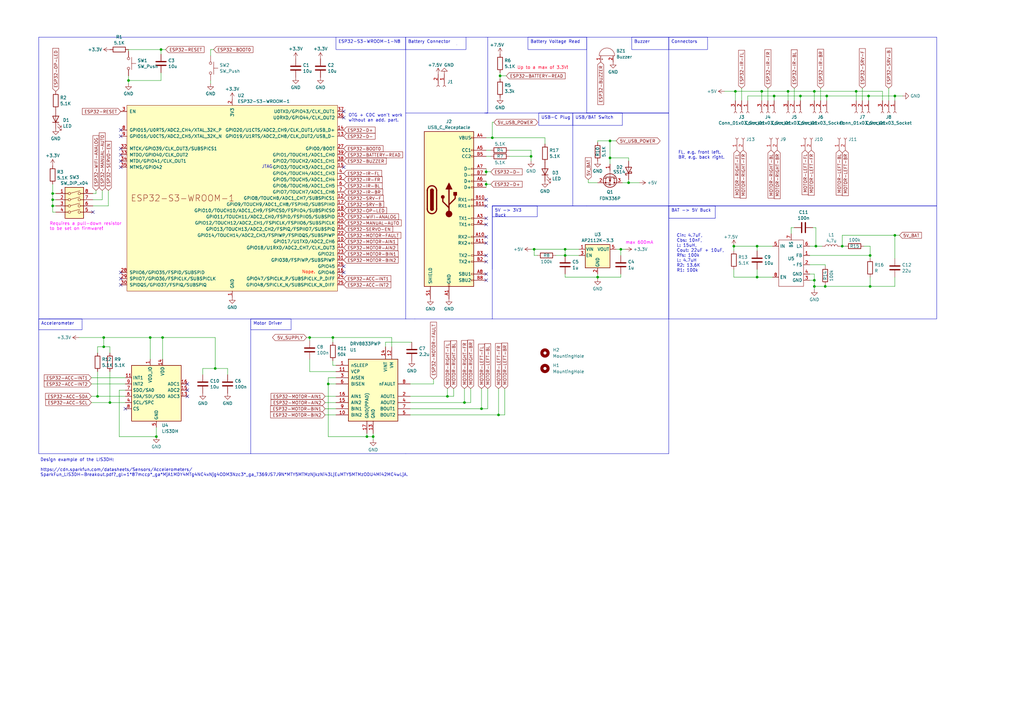
<source format=kicad_sch>
(kicad_sch (version 20230121) (generator eeschema)
  (paper "A3")
  (title_block (title "BubbleButBot Board") (date "2023-08-13") (rev "2.0"))
  (junction (at 88.265 151.13))
  (junction (at 66.04 20.32))
  (junction (at 334.01 117.475))
  (junction (at 367.03 96.52))
  (junction (at 339.09 39.37))
  (junction (at 217.805 64.135))
  (junction (at 334.645 100.965))
  (junction (at 356.87 117.475))
  (junction (at 250.19 64.77))
  (junction (at 127 138.43))
  (junction (at 338.455 117.475))
  (junction (at 334.01 37.465))
  (junction (at 310.515 113.665))
  (junction (at 42.545 142.24))
  (junction (at 183.515 162.56))
  (junction (at 257.81 74.93))
  (junction (at 64.135 179.07))
  (junction (at 190.5 165.1))
  (junction (at 40.005 162.56))
  (junction (at 42.545 138.43))
  (junction (at 323.215 37.465))
  (junction (at 204.47 170.18))
  (junction (at 201.93 56.515))
  (junction (at 150.495 179.07))
  (junction (at 351.155 37.465))
  (junction (at 45.085 165.1))
  (junction (at 356.235 39.37))
  (junction (at 219.075 102.235))
  (junction (at 356.87 104.775))
  (junction (at 52.705 33.02))
  (junction (at 245.11 113.665))
  (junction (at 197.485 167.64))
  (junction (at 199.39 70.485))
  (junction (at 21.59 84.455))
  (junction (at 301.625 37.465))
  (junction (at 134.62 157.48))
  (junction (at 310.515 100.965))
  (junction (at 66.675 138.43))
  (junction (at 254.635 102.235))
  (junction (at 231.775 104.775))
  (junction (at 300.99 100.965))
  (junction (at 328.295 39.37))
  (junction (at 136.525 138.43))
  (junction (at 345.44 100.965))
  (junction (at 334.01 114.935))
  (junction (at 367.03 39.37))
  (junction (at 317.5 39.37))
  (junction (at 21.59 79.375))
  (junction (at 205.105 31.115))
  (junction (at 231.775 102.235))
  (junction (at 153.035 179.07))
  (junction (at 199.39 75.565))
  (junction (at 312.42 37.465))
  (junction (at 61.595 138.43))
  (junction (at 250.19 57.785))
  (junction (at 21.59 81.915))
  (no_connect (at 76.835 162.56))
  (no_connect (at 199.39 107.315))
  (no_connect (at 140.97 48.26))
  (no_connect (at 76.835 157.48))
  (no_connect (at 49.53 63.5))
  (no_connect (at 49.53 114.3))
  (no_connect (at 199.39 84.455))
  (no_connect (at 199.39 99.695))
  (no_connect (at 199.39 81.915))
  (no_connect (at 199.39 97.155))
  (no_connect (at 199.39 114.935))
  (no_connect (at 49.53 60.96))
  (no_connect (at 49.53 53.34))
  (no_connect (at 199.39 112.395))
  (no_connect (at 199.39 92.075))
  (no_connect (at 51.435 167.64))
  (no_connect (at 140.97 111.76))
  (no_connect (at 49.53 68.58))
  (no_connect (at 140.97 68.58))
  (no_connect (at 199.39 104.775))
  (no_connect (at 38.1 86.995))
  (no_connect (at 199.39 89.535))
  (no_connect (at 49.53 66.04))
  (no_connect (at 49.53 55.88))
  (no_connect (at 140.97 109.22))
  (no_connect (at 49.53 116.84))
  (no_connect (at 140.97 45.72))
  (no_connect (at 76.835 160.02))
  (no_connect (at 49.53 111.76))
  (wire (pts (xy 64.135 175.26) (xy 64.135 179.07)))
  (polyline (pts (xy 198.755 46.355) (xy 200.025 46.355)))
  (wire (pts (xy 312.42 37.465) (xy 301.625 37.465)))
  (wire (pts (xy 334.01 117.475) (xy 334.01 118.745)))
  (polyline (pts (xy 201.93 84.455) (xy 274.32 84.455)))
  (wire (pts (xy 356.235 39.37) (xy 356.235 41.275)))
  (wire (pts (xy 127 147.32) (xy 127 152.4)))
  (wire (pts (xy 186.055 162.56) (xy 183.515 162.56)))
  (wire (pts (xy 219.075 104.775) (xy 219.075 102.235)))
  (wire (pts (xy 48.895 160.02) (xy 48.895 179.07)))
  (wire (pts (xy 306.705 39.37) (xy 317.5 39.37)))
  (wire (pts (xy 250.19 57.785) (xy 250.19 64.77)))
  (wire (pts (xy 150.495 179.07) (xy 153.035 179.07)))
  (wire (pts (xy 332.105 114.935) (xy 334.01 114.935)))
  (wire (pts (xy 197.485 159.385) (xy 197.485 167.64)))
  (wire (pts (xy 356.235 39.37) (xy 367.03 39.37)))
  (wire (pts (xy 217.805 61.595) (xy 217.805 64.135)))
  (wire (pts (xy 257.81 74.93) (xy 257.81 73.66)))
  (wire (pts (xy 250.19 64.77) (xy 257.81 64.77)))
  (wire (pts (xy 199.39 74.295) (xy 199.39 75.565)))
  (wire (pts (xy 208.915 61.595) (xy 217.805 61.595)))
  (wire (pts (xy 21.59 84.455) (xy 22.86 84.455)))
  (wire (pts (xy 200.025 159.385) (xy 200.025 167.64)))
  (wire (pts (xy 351.155 41.275) (xy 351.155 37.465)))
  (wire (pts (xy 367.03 96.52) (xy 345.44 96.52)))
  (wire (pts (xy 257.81 64.77) (xy 257.81 66.04)))
  (wire (pts (xy 134.62 157.48) (xy 137.795 157.48)))
  (wire (pts (xy 324.485 95.885) (xy 324.485 93.345)))
  (wire (pts (xy 370.205 39.37) (xy 367.03 39.37)))
  (wire (pts (xy 41.91 78.105) (xy 41.91 81.915)))
  (wire (pts (xy 61.595 138.43) (xy 61.595 147.32)))
  (wire (pts (xy 231.775 113.665) (xy 245.11 113.665)))
  (wire (pts (xy 193.04 159.385) (xy 193.04 165.1)))
  (wire (pts (xy 339.09 39.37) (xy 356.235 39.37)))
  (wire (pts (xy 204.47 159.385) (xy 204.47 170.18)))
  (wire (pts (xy 245.11 57.785) (xy 250.19 57.785)))
  (polyline (pts (xy 170.18 130.81) (xy 201.93 130.81)))
  (polyline (pts (xy 199.39 15.24) (xy 240.665 15.24)))
  (polyline (pts (xy 166.37 130.81) (xy 170.18 130.81)))
  (wire (pts (xy 45.085 165.1) (xy 51.435 165.1)))
  (wire (pts (xy 45.085 142.24) (xy 45.085 144.78)))
  (wire (pts (xy 312.42 37.465) (xy 312.42 41.275)))
  (wire (pts (xy 199.39 75.565) (xy 199.39 76.835)))
  (wire (pts (xy 136.525 138.43) (xy 136.525 140.335)))
  (polyline (pts (xy 15.875 130.81) (xy 15.875 186.055)))
  (wire (pts (xy 356.87 113.665) (xy 356.87 117.475)))
  (wire (pts (xy 134.62 157.48) (xy 134.62 179.07)))
  (wire (pts (xy 220.345 104.775) (xy 219.075 104.775)))
  (wire (pts (xy 325.755 36.195) (xy 325.755 41.275)))
  (wire (pts (xy 42.545 138.43) (xy 42.545 142.24)))
  (wire (pts (xy 66.675 138.43) (xy 88.265 138.43)))
  (polyline (pts (xy 240.665 15.24) (xy 240.665 46.355)))
  (wire (pts (xy 183.515 162.56) (xy 168.275 162.56)))
  (wire (pts (xy 127 138.43) (xy 136.525 138.43)))
  (polyline (pts (xy 20.32 130.81) (xy 166.37 130.81)))
  (polyline (pts (xy 166.37 46.355) (xy 200.025 46.355)))
  (wire (pts (xy 255.27 74.93) (xy 257.81 74.93)))
  (wire (pts (xy 160.655 138.43) (xy 160.655 142.24)))
  (wire (pts (xy 364.49 36.195) (xy 364.49 41.275)))
  (polyline (pts (xy 274.32 46.355) (xy 240.665 46.355)))
  (wire (pts (xy 201.93 56.515) (xy 223.52 56.515)))
  (polyline (pts (xy 240.665 15.24) (xy 274.32 15.24)))
  (wire (pts (xy 205.105 31.115) (xy 207.645 31.115)))
  (wire (pts (xy 231.775 112.395) (xy 231.775 113.665)))
  (wire (pts (xy 21.59 86.995) (xy 22.86 86.995)))
  (polyline (pts (xy 15.875 15.24) (xy 15.875 130.81)))
  (wire (pts (xy 51.435 160.02) (xy 48.895 160.02)))
  (wire (pts (xy 153.035 179.07) (xy 153.035 180.34)))
  (wire (pts (xy 219.075 102.235) (xy 217.805 102.235)))
  (wire (pts (xy 40.005 144.78) (xy 40.005 142.24)))
  (polyline (pts (xy 201.93 130.81) (xy 201.93 84.455)))
  (wire (pts (xy 333.375 93.345) (xy 334.645 93.345)))
  (wire (pts (xy 32.385 138.43) (xy 42.545 138.43)))
  (wire (pts (xy 324.485 93.345) (xy 325.755 93.345)))
  (wire (pts (xy 133.35 165.1) (xy 137.795 165.1)))
  (wire (pts (xy 306.705 41.275) (xy 306.705 39.37)))
  (wire (pts (xy 334.01 37.465) (xy 334.01 41.275)))
  (polyline (pts (xy 274.32 15.24) (xy 384.175 15.24)))
  (polyline (pts (xy 240.665 46.355) (xy 199.39 46.355)))
  (wire (pts (xy 52.705 20.32) (xy 66.04 20.32)))
  (wire (pts (xy 336.55 36.195) (xy 336.55 41.275)))
  (wire (pts (xy 231.775 102.235) (xy 231.775 104.775)))
  (wire (pts (xy 136.525 149.86) (xy 137.795 149.86)))
  (wire (pts (xy 199.39 64.135) (xy 201.295 64.135)))
  (wire (pts (xy 245.11 113.665) (xy 245.11 114.3)))
  (wire (pts (xy 199.39 61.595) (xy 201.295 61.595)))
  (wire (pts (xy 367.03 39.37) (xy 367.03 41.275)))
  (polyline (pts (xy 274.32 186.055) (xy 274.32 130.81)))
  (wire (pts (xy 127 138.43) (xy 127 139.7)))
  (wire (pts (xy 133.35 170.18) (xy 137.795 170.18)))
  (wire (pts (xy 367.03 117.475) (xy 356.87 117.475)))
  (wire (pts (xy 245.11 112.395) (xy 245.11 113.665)))
  (wire (pts (xy 88.265 138.43) (xy 88.265 151.13)))
  (wire (pts (xy 310.515 110.49) (xy 310.515 113.665)))
  (wire (pts (xy 338.455 109.22) (xy 338.455 108.585)))
  (wire (pts (xy 137.795 154.94) (xy 134.62 154.94)))
  (polyline (pts (xy 274.32 84.455) (xy 274.32 46.355)))
  (wire (pts (xy 168.275 157.48) (xy 177.8 157.48)))
  (polyline (pts (xy 15.875 130.81) (xy 20.32 130.81)))
  (wire (pts (xy 241.3 73.66) (xy 241.3 74.93)))
  (wire (pts (xy 86.36 22.86) (xy 86.36 20.32)))
  (wire (pts (xy 42.545 138.43) (xy 61.595 138.43)))
  (wire (pts (xy 39.37 78.105) (xy 39.37 79.375)))
  (wire (pts (xy 61.595 138.43) (xy 66.675 138.43)))
  (wire (pts (xy 334.645 93.345) (xy 334.645 100.965)))
  (wire (pts (xy 153.035 177.8) (xy 153.035 179.07)))
  (wire (pts (xy 66.04 20.32) (xy 66.04 22.225)))
  (wire (pts (xy 356.87 104.775) (xy 356.87 106.045)))
  (polyline (pts (xy 234.95 47.625) (xy 234.95 84.455)))
  (wire (pts (xy 38.1 84.455) (xy 44.45 84.455)))
  (wire (pts (xy 338.455 116.84) (xy 338.455 117.475)))
  (wire (pts (xy 252.73 57.785) (xy 250.19 57.785)))
  (wire (pts (xy 245.11 58.42) (xy 245.11 57.785)))
  (wire (pts (xy 317.5 39.37) (xy 317.5 41.275)))
  (wire (pts (xy 197.485 167.64) (xy 168.275 167.64)))
  (wire (pts (xy 199.39 75.565) (xy 201.295 75.565)))
  (wire (pts (xy 367.03 113.665) (xy 367.03 117.475)))
  (wire (pts (xy 44.45 84.455) (xy 44.45 78.105)))
  (polyline (pts (xy 201.93 84.455) (xy 240.665 84.455)))
  (wire (pts (xy 328.295 39.37) (xy 328.295 41.275)))
  (wire (pts (xy 354.33 100.965) (xy 356.87 100.965)))
  (wire (pts (xy 300.99 113.665) (xy 300.99 110.49)))
  (wire (pts (xy 66.04 20.32) (xy 67.945 20.32)))
  (wire (pts (xy 127 152.4) (xy 137.795 152.4)))
  (wire (pts (xy 52.705 20.32) (xy 52.705 20.955)))
  (polyline (pts (xy 166.37 186.055) (xy 102.87 186.055)))
  (wire (pts (xy 66.04 29.845) (xy 66.04 33.02)))
  (wire (pts (xy 190.5 165.1) (xy 190.5 159.385)))
  (wire (pts (xy 361.95 41.275) (xy 361.95 37.465)))
  (wire (pts (xy 334.01 112.395) (xy 334.01 114.935)))
  (wire (pts (xy 42.545 142.24) (xy 45.085 142.24)))
  (wire (pts (xy 133.35 167.64) (xy 137.795 167.64)))
  (wire (pts (xy 332.105 112.395) (xy 334.01 112.395)))
  (wire (pts (xy 207.01 159.385) (xy 207.01 170.18)))
  (wire (pts (xy 199.39 70.485) (xy 201.295 70.485)))
  (wire (pts (xy 168.91 140.335) (xy 158.115 140.335)))
  (wire (pts (xy 21.59 81.915) (xy 21.59 84.455)))
  (wire (pts (xy 241.3 74.93) (xy 245.11 74.93)))
  (wire (pts (xy 205.105 29.845) (xy 205.105 31.115)))
  (wire (pts (xy 356.87 100.965) (xy 356.87 104.775)))
  (wire (pts (xy 88.265 151.13) (xy 83.185 151.13)))
  (wire (pts (xy 323.215 37.465) (xy 312.42 37.465)))
  (wire (pts (xy 136.525 138.43) (xy 160.655 138.43)))
  (wire (pts (xy 339.09 39.37) (xy 339.09 41.275)))
  (wire (pts (xy 254.635 102.235) (xy 256.54 102.235)))
  (wire (pts (xy 40.005 162.56) (xy 37.465 162.56)))
  (wire (pts (xy 351.155 37.465) (xy 334.01 37.465)))
  (wire (pts (xy 301.625 37.465) (xy 301.625 41.275)))
  (wire (pts (xy 257.81 74.93) (xy 262.255 74.93)))
  (wire (pts (xy 177.8 157.48) (xy 177.8 155.575)))
  (wire (pts (xy 300.99 100.965) (xy 300.99 102.87)))
  (wire (pts (xy 219.075 102.235) (xy 231.775 102.235)))
  (polyline (pts (xy 191.135 15.24) (xy 199.39 15.24)))
  (wire (pts (xy 40.005 162.56) (xy 51.435 162.56)))
  (wire (pts (xy 93.345 153.67) (xy 93.345 151.13)))
  (wire (pts (xy 48.895 179.07) (xy 64.135 179.07)))
  (wire (pts (xy 125.73 138.43) (xy 127 138.43)))
  (polyline (pts (xy 137.795 15.24) (xy 15.875 15.24)))
  (wire (pts (xy 304.165 36.195) (xy 304.165 41.275)))
  (polyline (pts (xy 274.32 15.24) (xy 274.32 46.355)))
  (wire (pts (xy 361.95 37.465) (xy 351.155 37.465)))
  (wire (pts (xy 199.39 70.485) (xy 199.39 71.755)))
  (wire (pts (xy 367.03 106.045) (xy 367.03 96.52)))
  (wire (pts (xy 332.105 104.775) (xy 356.87 104.775)))
  (wire (pts (xy 134.62 179.07) (xy 150.495 179.07)))
  (polyline (pts (xy 240.665 84.455) (xy 274.32 84.455)))
  (wire (pts (xy 21.59 75.565) (xy 21.59 79.375)))
  (wire (pts (xy 227.965 104.775) (xy 231.775 104.775)))
  (wire (pts (xy 217.805 64.135) (xy 208.915 64.135)))
  (wire (pts (xy 310.515 113.665) (xy 300.99 113.665)))
  (wire (pts (xy 328.295 39.37) (xy 339.09 39.37)))
  (polyline (pts (xy 166.37 186.055) (xy 274.32 186.055)))
  (wire (pts (xy 21.59 79.375) (xy 22.86 79.375)))
  (wire (pts (xy 334.01 114.935) (xy 334.01 117.475)))
  (wire (pts (xy 21.59 81.915) (xy 22.86 81.915)))
  (wire (pts (xy 344.805 100.965) (xy 345.44 100.965)))
  (wire (pts (xy 217.805 66.04) (xy 217.805 64.135)))
  (wire (pts (xy 207.01 170.18) (xy 204.47 170.18)))
  (polyline (pts (xy 274.32 130.81) (xy 274.32 110.49)))
  (wire (pts (xy 345.44 96.52) (xy 345.44 100.965)))
  (wire (pts (xy 334.645 100.965) (xy 332.105 100.965)))
  (wire (pts (xy 204.47 170.18) (xy 168.275 170.18)))
  (polyline (pts (xy 201.93 84.455) (xy 201.93 110.49)))
  (wire (pts (xy 231.775 104.775) (xy 237.49 104.775)))
  (polyline (pts (xy 384.175 84.455) (xy 274.32 84.455)))
  (wire (pts (xy 250.19 67.31) (xy 250.19 64.77)))
  (wire (pts (xy 183.515 159.385) (xy 183.515 162.56)))
  (wire (pts (xy 133.35 162.56) (xy 137.795 162.56)))
  (wire (pts (xy 353.695 36.195) (xy 353.695 41.275)))
  (wire (pts (xy 199.39 56.515) (xy 201.93 56.515)))
  (wire (pts (xy 356.87 117.475) (xy 338.455 117.475)))
  (wire (pts (xy 254.635 112.395) (xy 254.635 113.665)))
  (wire (pts (xy 297.18 37.465) (xy 301.625 37.465)))
  (wire (pts (xy 66.675 138.43) (xy 66.675 147.32)))
  (wire (pts (xy 41.91 81.915) (xy 38.1 81.915)))
  (wire (pts (xy 323.215 37.465) (xy 334.01 37.465)))
  (wire (pts (xy 345.44 100.965) (xy 346.71 100.965)))
  (polyline (pts (xy 274.32 46.355) (xy 240.665 46.355)))
  (wire (pts (xy 310.515 100.965) (xy 316.865 100.965)))
  (wire (pts (xy 83.185 151.13) (xy 83.185 153.67)))
  (polyline (pts (xy 166.37 20.32) (xy 166.37 130.81)))
  (wire (pts (xy 52.705 33.02) (xy 52.705 34.29)))
  (wire (pts (xy 254.635 102.235) (xy 252.73 102.235)))
  (wire (pts (xy 316.865 113.665) (xy 310.515 113.665)))
  (wire (pts (xy 300.99 100.965) (xy 310.515 100.965)))
  (wire (pts (xy 254.635 113.665) (xy 245.11 113.665)))
  (polyline (pts (xy 384.175 15.24) (xy 384.175 84.455)))
  (wire (pts (xy 158.115 140.335) (xy 158.115 142.24)))
  (wire (pts (xy 150.495 177.8) (xy 150.495 179.07)))
  (polyline (pts (xy 201.93 130.81) (xy 274.32 130.81)))
  (polyline (pts (xy 102.87 130.81) (xy 102.87 186.055)))
  (wire (pts (xy 134.62 154.94) (xy 134.62 157.48)))
  (wire (pts (xy 200.025 167.64) (xy 197.485 167.64)))
  (wire (pts (xy 21.59 84.455) (xy 21.59 86.995)))
  (wire (pts (xy 45.085 152.4) (xy 45.085 165.1)))
  (wire (pts (xy 231.775 102.235) (xy 237.49 102.235)))
  (wire (pts (xy 86.36 33.02) (xy 86.36 34.29)))
  (wire (pts (xy 39.37 79.375) (xy 38.1 79.375)))
  (wire (pts (xy 199.39 69.215) (xy 199.39 70.485)))
  (wire (pts (xy 323.215 41.275) (xy 323.215 37.465)))
  (wire (pts (xy 40.005 142.24) (xy 42.545 142.24)))
  (wire (pts (xy 37.465 157.48) (xy 51.435 157.48)))
  (wire (pts (xy 332.105 108.585) (xy 338.455 108.585)))
  (wire (pts (xy 52.705 31.115) (xy 52.705 33.02)))
  (wire (pts (xy 338.455 117.475) (xy 334.01 117.475)))
  (wire (pts (xy 168.275 165.1) (xy 190.5 165.1)))
  (wire (pts (xy 310.515 100.965) (xy 310.515 102.87)))
  (wire (pts (xy 367.03 96.52) (xy 368.935 96.52)))
  (wire (pts (xy 205.105 31.115) (xy 205.105 32.385)))
  (wire (pts (xy 317.5 39.37) (xy 328.295 39.37)))
  (wire (pts (xy 202.565 50.165) (xy 201.93 50.165)))
  (wire (pts (xy 314.96 36.195) (xy 314.96 41.275)))
  (wire (pts (xy 334.645 100.965) (xy 337.185 100.965)))
  (wire (pts (xy 201.93 50.165) (xy 201.93 56.515)))
  (wire (pts (xy 254.635 102.235) (xy 254.635 104.775)))
  (polyline (pts (xy 274.32 110.49) (xy 274.32 84.455)))
  (wire (pts (xy 223.52 59.055) (xy 223.52 56.515)))
  (wire (pts (xy 40.005 152.4) (xy 40.005 162.56)))
  (wire (pts (xy 136.525 147.955) (xy 136.525 149.86)))
  (wire (pts (xy 86.36 20.32) (xy 87.63 20.32)))
  (wire (pts (xy 193.04 165.1) (xy 190.5 165.1)))
  (wire (pts (xy 93.345 151.13) (xy 88.265 151.13)))
  (wire (pts (xy 21.59 79.375) (xy 21.59 81.915)))
  (polyline (pts (xy 15.875 186.055) (xy 102.87 186.055)))
  (wire (pts (xy 45.085 165.1) (xy 37.465 165.1)))
  (polyline (pts (xy 200.025 46.355) (xy 200.025 15.24)))
  (wire (pts (xy 186.055 159.385) (xy 186.055 162.56)))
  (wire (pts (xy 52.705 33.02) (xy 66.04 33.02)))
  (wire (pts (xy 37.465 154.94) (xy 51.435 154.94)))
  (rectangle (start 274.32 84.455) (end 384.175 130.81))
  (rectangle (start 187.325 18.415) (end 187.325 18.415))
  (text_box "Battery Voltage Read" (at 216.535 15.24 0) (size 24.13 5.08) (effects (font (size 1.27 1.27)) (justify left top)))
  (text_box "Buzzer" (at 259.08 15.24 0) (size 15.24 5.08) (effects (font (size 1.27 1.27)) (justify left top)))
  (text_box "USB/BAT Switch" (at 234.95 46.355 0) (size 20.32 5.08) (effects (font (size 1.27 1.27)) (justify left top)))
  (text_box "Accelerometer" (at 15.875 130.81 0) (size 17.78 4.445) (effects (font (size 1.27 1.27)) (justify left top)))
  (text_box "Battery Connector" (at 166.37 15.24 0) (size 24.765 5.08) (effects (font (size 1.27 1.27)) (justify left top)))
  (text_box "USB-C Plug" (at 220.98 46.355 0) (size 13.97 5.08) (effects (font (size 1.27 1.27)) (justify left top)))
  (text_box "5V -> 3V3 Buck" (at 201.93 84.455 0) (size 18.415 4.445) (effects (font (size 1.27 1.27)) (justify left top)))
  (text_box "Connectors" (at 274.32 15.24 0) (size 15.875 5.08) (effects (font (size 1.27 1.27)) (justify left top)))
  (text_box "Motor Driver\n" (at 102.87 130.81 0) (size 16.51 4.445) (effects (font (size 1.27 1.27)) (justify left top)))
  (text_box "ESP32-S3-WROOM-1-N8" (at 137.795 15.24 0) (size 28.575 5.08) (effects (font (size 1.27 1.27)) (justify left top)))
  (text_box "BAT -> 5V Buck" (at 274.32 84.455 0) (size 19.05 5.08) (effects (font (size 1.27 1.27)) (justify left top)))
  (text "ESP32-S3-WROOM-1-N8:\nhttps://www.lcsc.com/product-detail/WiFi-Modules_Espressif-Systems-ESP32-S3-WROOM-1-N8_C2913198.html" (at 0 -5.715 0) (effects (font (size 1.27 1.27)) (justify left bottom)))
  (text "Cin: 4.7uF,\nCbs: 10nF,\nL: 15uH,\nCout: 22uF + 10uF,\nRfs: 100k\nL: 4.7uH\nR2: 13.6K\nR1: 100k" (at 277.495 111.76 0) (effects (font (size 1.27 1.27)) (justify left bottom)))
  (text "Up to a max of 3.3V!" (at 212.09 28.575 0) (effects (font (size 1.27 1.27)) (justify left bottom)))
  (text "max 600mA" (at 256.54 100.33 0) (effects (font (size 1.27 1.27)) (justify left bottom)))
  (text "Design example of the LIS3DH:\n\nhttps://cdn.sparkfun.com/datasheets/Sensors/Accelerometers/\nSparkFun_LIS3DH-Breakout.pdf?_gl=1*87mccp*_ga*MjA1MDY4MTg4NC4xNjg4ODM3Nzc3*_ga_T369JS7J9N*MTY5MTMzNjkzNi43LjEuMTY5MTMzODU4Mi42MC4wLjA." (at 16.51 195.58 0) (effects (font (size 1.27 1.27)) (justify left bottom)))
  (text "JST XH:\n\nhttps://www.lcsc.com/product-detail/Wire-To-Board-Wire-To-Wire-Connector_BOOMELE-Boom-Precision-Elec-XH-2AW_C33132.html" (at 170.18 -1.905 0) (effects (font (size 1.27 1.27)) (justify left bottom)))
  (text "JTAG" (at 107.315 69.215 0) (effects (font (size 1.27 1.27)) (justify left bottom)))
  (text "Requires a pull-down resistor\nto be set on firmware!" (at 20.32 94.615 0) (effects (font (size 1.27 1.27)) (justify left bottom)))
  (text "OTG + CDC won't work \nwithout an add. part." (at 142.875 50.165 0) (effects (font (size 1.27 1.27)) (justify left bottom)))
  (text "Nope." (at 123.825 112.395 0) (effects (font (size 1.27 1.27)) (justify left bottom)))
  (text "FL, e.g. front left.\nBR, e.g. back right." (at 278.13 65.405 0) (effects (font (size 1.27 1.27)) (justify left bottom)))
  (global_label "ESP32-SERVO-EN" (shape input) (at 44.45 78.105 90) (property "Intersheetrefs" "${INTERSHEET_REFS}" (effects hide)))
  (global_label "5V_BAT" (shape input) (at 241.3 73.66 90) (property "Intersheetrefs" "${INTERSHEET_REFS}" (effects hide)))
  (global_label "ESP32-IR-BR" (shape input) (at 140.97 78.74 0) (property "Intersheetrefs" "${INTERSHEET_REFS}" (effects hide)))
  (global_label "ESP32-IR-FR" (shape input) (at 140.97 73.66 0) (property "Intersheetrefs" "${INTERSHEET_REFS}" (effects hide)))
  (global_label "ESP32-IR-FL" (shape input) (at 304.165 36.195 90) (property "Intersheetrefs" "${INTERSHEET_REFS}" (effects hide)))
  (global_label "MOTOR-RIGHT-FL" (shape input) (at 302.26 61.595 270) (property "Intersheetrefs" "${INTERSHEET_REFS}" (effects hide)))
  (global_label "ESP32-BOOT0" (shape input) (at 87.63 20.32 0) (property "Intersheetrefs" "${INTERSHEET_REFS}" (effects hide)))
  (global_label "5V_SUPPLY" (shape bidirectional) (at 125.73 138.43 180) (property "Intersheetrefs" "${INTERSHEET_REFS}" (effects hide)))
  (global_label "ESP32-IR-BL" (shape input) (at 325.755 36.195 90) (property "Intersheetrefs" "${INTERSHEET_REFS}" (effects hide)))
  (global_label "ESP32-OP-LED" (shape input) (at 140.97 86.36 0) (property "Intersheetrefs" "${INTERSHEET_REFS}" (effects hide)))
  (global_label "ESP32-MOTOR-AIN1" (shape input) (at 133.35 162.56 180) (property "Intersheetrefs" "${INTERSHEET_REFS}" (effects hide)))
  (global_label "MOTOR-LEFT-FL" (shape input) (at 197.485 159.385 90) (property "Intersheetrefs" "${INTERSHEET_REFS}" (effects hide)))
  (global_label "ESP32-ACC-INT2" (shape input) (at 140.97 116.84 0) (property "Intersheetrefs" "${INTERSHEET_REFS}" (effects hide)))
  (global_label "ESP32-RESET" (shape input) (at 49.53 45.72 180) (property "Intersheetrefs" "${INTERSHEET_REFS}" (effects hide)))
  (global_label "ESP32-D-" (shape input) (at 201.295 70.485 0) (property "Intersheetrefs" "${INTERSHEET_REFS}" (effects hide)))
  (global_label "MOTOR-RIGHT-FR" (shape input) (at 190.5 159.385 90) (property "Intersheetrefs" "${INTERSHEET_REFS}" (effects hide)))
  (global_label "ESP32-IR-FR" (shape input) (at 314.96 36.195 90) (property "Intersheetrefs" "${INTERSHEET_REFS}" (effects hide)))
  (global_label "ESP32-BATTERY-READ" (shape input) (at 140.97 63.5 0) (property "Intersheetrefs" "${INTERSHEET_REFS}" (effects hide)))
  (global_label "ESP32-MOTOR-AIN2" (shape input) (at 140.97 101.6 0) (property "Intersheetrefs" "${INTERSHEET_REFS}" (effects hide)))
  (global_label "ESP32-ACC-INT1" (shape input) (at 37.465 154.94 180) (property "Intersheetrefs" "${INTERSHEET_REFS}" (effects hide)))
  (global_label "ESP32-MANUAL-AUTO" (shape input) (at 41.91 78.105 90) (property "Intersheetrefs" "${INTERSHEET_REFS}" (effects hide)))
  (global_label "ESP32-IR-BL" (shape input) (at 140.97 76.2 0) (property "Intersheetrefs" "${INTERSHEET_REFS}" (effects hide)))
  (global_label "ESP32-MOTOR-BIN2" (shape input) (at 140.97 106.68 0) (property "Intersheetrefs" "${INTERSHEET_REFS}" (effects hide)))
  (global_label "ESP32-BUZZER" (shape input) (at 140.97 66.04 0) (property "Intersheetrefs" "${INTERSHEET_REFS}" (effects hide)))
  (global_label "MOTOR-LEFT-FR" (shape input) (at 204.47 159.385 90) (property "Intersheetrefs" "${INTERSHEET_REFS}" (effects hide)))
  (global_label "ESP32-MOTOR-BIN2" (shape input) (at 133.35 170.18 180) (property "Intersheetrefs" "${INTERSHEET_REFS}" (effects hide)))
  (global_label "ESP32-SERVO-EN" (shape input) (at 140.97 93.98 0) (property "Intersheetrefs" "${INTERSHEET_REFS}" (effects hide)))
  (global_label "ESP32-D+" (shape input) (at 201.295 75.565 0) (property "Intersheetrefs" "${INTERSHEET_REFS}" (effects hide)))
  (global_label "ESP32-ACC-SCL" (shape input) (at 37.465 165.1 180) (property "Intersheetrefs" "${INTERSHEET_REFS}" (effects hide)))
  (global_label "MOTOR-RIGHT-FL" (shape input) (at 183.515 159.385 90) (property "Intersheetrefs" "${INTERSHEET_REFS}" (effects hide)))
  (global_label "ESP32-SRV-F" (shape input) (at 140.97 81.28 0) (property "Intersheetrefs" "${INTERSHEET_REFS}" (effects hide)))
  (global_label "ESP32-RESET" (shape input) (at 67.945 20.32 0) (property "Intersheetrefs" "${INTERSHEET_REFS}" (effects hide)))
  (global_label "MOTOR-LEFT-BL" (shape input) (at 200.025 159.385 90) (property "Intersheetrefs" "${INTERSHEET_REFS}" (effects hide)))
  (global_label "MOTOR-RIGHT-BR" (shape input) (at 318.77 61.595 270) (property "Intersheetrefs" "${INTERSHEET_REFS}" (effects hide)))
  (global_label "MOTOR-RIGHT-BL" (shape input) (at 316.23 61.595 270) (property "Intersheetrefs" "${INTERSHEET_REFS}" (effects hide)))
  (global_label "ESP32-SRV-F" (shape input) (at 353.695 36.195 90) (property "Intersheetrefs" "${INTERSHEET_REFS}" (effects hide)))
  (global_label "ESP32-ACC-SDA" (shape input) (at 37.465 162.56 180) (property "Intersheetrefs" "${INTERSHEET_REFS}" (effects hide)))
  (global_label "MOTOR-LEFT-FR" (shape input) (at 332.74 61.595 270) (property "Intersheetrefs" "${INTERSHEET_REFS}" (effects hide)))
  (global_label "MOTOR-RIGHT-BR" (shape input) (at 193.04 159.385 90) (property "Intersheetrefs" "${INTERSHEET_REFS}" (effects hide)))
  (global_label "ESP32-IR-BR" (shape input) (at 336.55 36.195 90) (property "Intersheetrefs" "${INTERSHEET_REFS}" (effects hide)))
  (global_label "ESP32-WIFI-ANALOG" (shape input) (at 140.97 88.9 0) (property "Intersheetrefs" "${INTERSHEET_REFS}" (effects hide)))
  (global_label "ESP32-MOTOR-BIN1" (shape input) (at 140.97 104.14 0) (property "Intersheetrefs" "${INTERSHEET_REFS}" (effects hide)))
  (global_label "ESP32-IR-FL" (shape input) (at 140.97 71.12 0) (property "Intersheetrefs" "${INTERSHEET_REFS}" (effects hide)))
  (global_label "MOTOR-LEFT-BR" (shape input) (at 346.71 61.595 270) (property "Intersheetrefs" "${INTERSHEET_REFS}" (effects hide)))
  (global_label "ESP32-D-" (shape input) (at 140.97 55.88 0) (property "Intersheetrefs" "${INTERSHEET_REFS}" (effects hide)))
  (global_label "ESP32-MANUAL-AUTO" (shape input) (at 140.97 91.44 0) (property "Intersheetrefs" "${INTERSHEET_REFS}" (effects hide)))
  (global_label "ESP32-BUZZER" (shape input) (at 246.38 25.4 270) (property "Intersheetrefs" "${INTERSHEET_REFS}" (effects hide)))
  (global_label "5V_USB_POWER" (shape bidirectional) (at 252.73 57.785 0) (property "Intersheetrefs" "${INTERSHEET_REFS}" (effects hide)))
  (global_label "MOTOR-RIGHT-BL" (shape input) (at 186.055 159.385 90) (property "Intersheetrefs" "${INTERSHEET_REFS}" (effects hide)))
  (global_label "ESP32-MOTOR-AIN1" (shape input) (at 140.97 99.06 0) (property "Intersheetrefs" "${INTERSHEET_REFS}" (effects hide)))
  (global_label "ESP32-WIFI-ANALOG" (shape input) (at 39.37 78.105 90) (property "Intersheetrefs" "${INTERSHEET_REFS}" (effects hide)))
  (global_label "ESP32-MOTOR-FAULT" (shape input) (at 177.8 155.575 90) (property "Intersheetrefs" "${INTERSHEET_REFS}" (effects hide)))
  (global_label "ESP32-SRV-B" (shape input) (at 140.97 83.82 0) (property "Intersheetrefs" "${INTERSHEET_REFS}" (effects hide)))
  (global_label "ESP32-ACC-INT2" (shape input) (at 37.465 157.48 180) (property "Intersheetrefs" "${INTERSHEET_REFS}" (effects hide)))
  (global_label "ESP32-ACC-INT1" (shape input) (at 140.97 114.3 0) (property "Intersheetrefs" "${INTERSHEET_REFS}" (effects hide)))
  (global_label "ESP32-OP-LED" (shape input) (at 22.86 37.465 90) (property "Intersheetrefs" "${INTERSHEET_REFS}" (effects hide)))
  (global_label "ESP32-D+" (shape input) (at 140.97 53.34 0) (property "Intersheetrefs" "${INTERSHEET_REFS}" (effects hide)))
  (global_label "5V_USB_POWER" (shape bidirectional) (at 202.565 50.165 0) (property "Intersheetrefs" "${INTERSHEET_REFS}" (effects hide)))
  (global_label "ESP32-MOTOR-BIN1" (shape input) (at 133.35 167.64 180) (property "Intersheetrefs" "${INTERSHEET_REFS}" (effects hide)))
  (global_label "MOTOR-LEFT-FL" (shape input) (at 330.2 61.595 270) (property "Intersheetrefs" "${INTERSHEET_REFS}" (effects hide)))
  (global_label "5V_BAT" (shape input) (at 368.935 96.52 0) (property "Intersheetrefs" "${INTERSHEET_REFS}" (effects hide)))
  (global_label "ESP32-SRV-B" (shape input) (at 364.49 36.195 90) (property "Intersheetrefs" "${INTERSHEET_REFS}" (effects hide)))
  (global_label "MOTOR-LEFT-BL" (shape input) (at 344.17 61.595 270) (property "Intersheetrefs" "${INTERSHEET_REFS}" (effects hide)))
  (global_label "ESP32-BATTERY-READ" (shape input) (at 207.645 31.115 0) (property "Intersheetrefs" "${INTERSHEET_REFS}" (effects hide)))
  (global_label "ESP32-MOTOR-AIN2" (shape input) (at 133.35 165.1 180) (property "Intersheetrefs" "${INTERSHEET_REFS}" (effects hide)))
  (global_label "ESP32-MOTOR-FAULT" (shape input) (at 140.97 96.52 0) (property "Intersheetrefs" "${INTERSHEET_REFS}" (effects hide)))
  (global_label "ESP32-BOOT0" (shape input) (at 140.97 60.96 0) (property "Intersheetrefs" "${INTERSHEET_REFS}" (effects hide)))
  (global_label "MOTOR-RIGHT-FR" (shape input) (at 304.8 61.595 270) (property "Intersheetrefs" "${INTERSHEET_REFS}" (effects hide)))
  (global_label "MOTOR-LEFT-BR" (shape input) (at 207.01 159.385 90) (property "Intersheetrefs" "${INTERSHEET_REFS}" (effects hide)))
  (symbol (lib_id "Device:LED") (at 223.52 70.485 90) (unit 1)
    (property "Reference" "D3" (at 226.441 70.8604 90) (effects (justify right)))
    (property "Value" "LED" (at 226.441 73.2846 90) (effects (justify right)))
    (property "Footprint" "LED_SMD:LED_0603_1608Metric_Pad1.05x0.95mm_HandSolder" (effects hide))
    (property "Datasheet" "https://www.lcsc.com/product-detail/Light-Emitting-Diodes-span-style-background-color-ff0-LED-span_XINGLIGHT-XL-1608SURC-06_C965799.html" (effects hide))
    (property "LCSC" "C965799" (effects hide))
  )
  (symbol (lib_id "Device:Buzzer") (at 248.92 22.86 90) (unit 1)
    (property "Reference" "BZ1" (at 252.73 20.8928 90) (effects (justify right)))
    (property "Value" "Buzzer" (at 252.73 23.317 90) (effects (justify right)))
    (property "Footprint" "Buzzer_Beeper:MagneticBuzzer_PUI_AT-0927-TT-6-R" (effects hide))
    (property "Datasheet" "https://www.lcsc.com/product-detail/Buzzers_Jiangsu-Huaneng-Elec-QMB-09B-03_C96256.html" (effects hide))
    (property "LCSC" "C96256" (effects hide))
  )
  (symbol (lib_id "power:+3.3V") (at 256.54 102.235 270) (unit 1)
    (property "Reference" "#PWR030" (effects hide))
    (property "Value" "+3.3V" (at 259.715 102.235 90) (effects (justify left)))
  )
  (symbol (lib_id "Device:C") (at 367.03 109.855 0) (unit 1)
    (property "Reference" "C12" (at 369.951 108.6429 0) (effects (justify left)))
    (property "Value" "22u" (at 369.951 111.0671 0) (effects (justify left)))
    (property "Footprint" "Capacitor_SMD:C_1206_3216Metric_Pad1.33x1.80mm_HandSolder" (effects hide))
    (property "LCSC" "C12891" (effects hide))
  )
  (symbol (lib_id "Connector:Conn_01x02_Socket") (at 182.245 35.56 270) (unit 1)
    (property "Reference" "J1" (at 183.4642 33.5458 90) (effects (justify left)))
    (property "Value" "JST XH" (effects hide))
    (property "Footprint" "Connector_JST:JST_PH_S2B-PH-K_1x02_P2.00mm_Horizontal" (effects hide))
    (property "Datasheet" "https://www.lcsc.com/product-detail/Wire-To-Board-Wire-To-Wire-Connector_CAX-PH-2AW_C722769.html" (effects hide))
    (property "LCSC" "C722769" (effects hide))
  )
  (symbol (lib_id "Connector:Conn_01x03_Socket") (at 314.96 46.355 270) (unit 1)
    (property "Reference" "J4" (at 314.96 48.0243 90))
    (property "Value" "Conn_01x03_Socket" (at 314.96 50.4485 90))
    (property "Footprint" "Connector_JST:JST_PH_S3B-PH-K_1x03_P2.00mm_Horizontal" (effects hide))
    (property "LCSC" "C10400" (effects hide))
  )
  (symbol (lib_id "power:GND") (at 223.52 74.295 0) (unit 1)
    (property "Reference" "#PWR034" (effects hide))
    (property "Value" "GND" (at 223.52 78.4281 0))
  )
  (symbol (lib_id "Device:C") (at 168.91 144.145 0) (unit 1)
    (property "Reference" "C7" (at 171.831 142.9329 0) (effects (justify left)))
    (property "Value" "2.2u" (at 171.831 145.3571 0) (effects (justify left)))
    (property "Footprint" "Capacitor_SMD:C_0603_1608Metric_Pad1.08x0.95mm_HandSolder" (effects hide))
    (property "LCSC" "C2691406" (effects hide))
  )
  (symbol (lib_id "PCM_Espressif:ESP32-S3-WROOM-1") (at 95.25 81.28 0) (unit 1)
    (property "Reference" "U2" (at 97.4441 39.1627 0) (effects (justify left)))
    (property "Value" "ESP32-S3-WROOM-1" (at 97.4441 41.5869 0) (effects (justify left)))
    (property "Footprint" "RF_Module:ESP32-S3-WROOM-1" (effects hide))
    (property "Datasheet" "https://www.espressif.com/sites/default/files/documentation/esp32-s3-wroom-1_wroom-1u_datasheet_en.pdf" (effects hide))
    (property "LCSC" "C2913198" (effects hide))
  )
  (symbol (lib_id "power:GND") (at 184.15 122.555 0) (unit 1)
    (property "Reference" "#PWR018" (effects hide))
    (property "Value" "GND" (at 184.15 126.6881 0))
  )
  (symbol (lib_id "Connector:Conn_01x02_Socket") (at 330.2 56.515 90) (unit 1)
    (property "Reference" "J10" (at 333.9592 57.15 90) (effects (justify right)))
    (property "Value" "JST XH" (effects hide))
    (property "Footprint" "Connector_JST:JST_PH_S2B-PH-K_1x02_P2.00mm_Horizontal" (effects hide))
    (property "Datasheet" "https://www.lcsc.com/product-detail/Wire-To-Board-Wire-To-Wire-Connector_CAX-PH-2AW_C722769.html" (effects hide))
    (property "LCSC" "C722769" (effects hide))
  )
  (symbol (lib_id "Device:R") (at 205.105 64.135 90) (unit 1)
    (property "Reference" "R7" (at 205.105 64.135 90))
    (property "Value" "5.1K" (at 205.105 66.675 90))
    (property "Footprint" "Resistor_SMD:R_0603_1608Metric_Pad0.98x0.95mm_HandSolder" (effects hide))
    (property "Datasheet" "https://www.lcsc.com/product-detail/Chip-Resistor-Surface-Mount_FOJAN-FRC0603J512-TS_C2907114.html" (effects hide))
    (property "LCSC" "C2907114" (effects hide))
  )
  (symbol (lib_id "power:GND") (at 52.705 34.29 0) (unit 1)
    (property "Reference" "#PWR08" (effects hide))
    (property "Value" "GND" (at 52.705 38.4231 0))
  )
  (symbol (lib_id "Device:C") (at 83.185 157.48 0) (unit 1)
    (property "Reference" "C10" (at 86.106 156.2679 0) (effects (justify left)))
    (property "Value" "10u" (at 86.106 158.6921 0) (effects (justify left)))
    (property "Footprint" "Capacitor_SMD:C_0603_1608Metric_Pad1.08x0.95mm_HandSolder" (effects hide))
    (property "Datasheet" "https://www.lcsc.com/product-detail/Multilayer-Ceramic-Capacitors-MLCC-SMD-SMT_CCTC-TCC0603X5R106M100CT_C380316.html" (effects hide))
    (property "LCSC" "C380316" (effects hide))
  )
  (symbol (lib_id "power:+7.5V") (at 300.99 100.965 0) (unit 1)
    (property "Reference" "#PWR029" (effects hide))
    (property "Value" "+7.5V" (at 299.72 97.155 0))
  )
  (symbol (lib_id "power:GND") (at 176.53 122.555 0) (unit 1)
    (property "Reference" "#PWR019" (effects hide))
    (property "Value" "GND" (at 176.53 126.6881 0))
  )
  (symbol (lib_id "Device:C") (at 254.635 108.585 0) (unit 1)
    (property "Reference" "C4" (at 257.556 107.3729 0) (effects (justify left)))
    (property "Value" "1u" (at 257.556 109.7971 0) (effects (justify left)))
    (property "Footprint" "Capacitor_SMD:C_0603_1608Metric_Pad1.08x0.95mm_HandSolder" (effects hide))
    (property "Datasheet" "https://www.lcsc.com/product-detail/Multilayer-Ceramic-Capacitors-MLCC-SMD-SMT_Samsung-Electro-Mechanics-CL10A105KO8NNNC_C1592.html" (effects hide))
    (property "LCSC" "C1592" (effects hide))
  )
  (symbol (lib_id "Device:R") (at 205.105 36.195 0) (unit 1)
    (property "Reference" "R5" (at 206.883 34.9829 0) (effects (justify left)))
    (property "Value" "3.3k" (at 206.883 37.4071 0) (effects (justify left)))
    (property "Footprint" "Resistor_SMD:R_0603_1608Metric_Pad0.98x0.95mm_HandSolder" (effects hide))
    (property "LCSC" "C3017726" (effects hide))
  )
  (symbol (lib_id "power:GND") (at 86.36 34.29 0) (unit 1)
    (property "Reference" "#PWR09" (effects hide))
    (property "Value" "GND" (at 86.36 38.4231 0))
  )
  (symbol (lib_id "Sensor_Motion:LIS3DH") (at 64.135 160.02 0) (unit 1)
    (property "Reference" "U4" (at 66.3291 174.4401 0) (effects (justify left)))
    (property "Value" "LIS3DH" (at 66.3291 176.8643 0) (effects (justify left)))
    (property "Footprint" "Package_LGA:LGA-16_3x3mm_P0.5mm_LayoutBorder3x5y" (effects hide))
    (property "Datasheet" "https://datasheet.lcsc.com/lcsc/1811031937_STMicroelectronics-LIS3DHTR_C15134.pdf" (effects hide))
    (property "LCSC" "C15134" (effects hide))
  )
  (symbol (lib_id "Device:R") (at 136.525 144.145 0) (unit 1)
    (property "Reference" "R11" (at 138.303 142.9329 0) (effects (justify left)))
    (property "Value" "50k" (at 138.303 145.3571 0) (effects (justify left)))
    (property "Footprint" "Resistor_SMD:R_0603_1608Metric_Pad0.98x0.95mm_HandSolder" (effects hide))
    (property "LCSC" "C304067" (effects hide))
  )
  (symbol (lib_id "power:GND") (at 245.11 66.04 0) (unit 1)
    (property "Reference" "#PWR027" (effects hide))
    (property "Value" "GND" (at 245.11 70.1731 0))
  )
  (symbol (lib_id "power:+3.3V") (at 95.25 40.64 0) (unit 1)
    (property "Reference" "#PWR01" (effects hide))
    (property "Value" "+3.3V" (at 95.25 36.5069 0))
  )
  (symbol (lib_id "power:+3.3V") (at 32.385 138.43 90) (unit 1)
    (property "Reference" "#PWR035" (effects hide))
    (property "Value" "+3.3V" (at 29.21 138.43 90) (effects (justify left)))
  )
  (symbol (lib_id "Device:R") (at 48.895 20.32 90) (unit 1)
    (property "Reference" "R1" (at 48.895 15.1597 90))
    (property "Value" "5.1K" (at 48.895 17.5839 90))
    (property "Footprint" "Resistor_SMD:R_0603_1608Metric_Pad0.98x0.95mm_HandSolder" (effects hide))
    (property "Datasheet" "https://www.lcsc.com/product-detail/Chip-Resistor-Surface-Mount_FOJAN-FRC0603J512-TS_C2907114.html" (effects hide))
    (property "LCSC" "C2907114" (effects hide))
  )
  (symbol (lib_id "Connector:Conn_01x03_Socket") (at 325.755 46.355 270) (unit 1)
    (property "Reference" "J5" (at 325.755 48.0243 90))
    (property "Value" "Conn_01x03_Socket" (at 325.755 50.4485 90))
    (property "Footprint" "Connector_JST:JST_PH_S3B-PH-K_1x03_P2.00mm_Horizontal" (effects hide))
    (property "LCSC" "C10400" (effects hide))
  )
  (symbol (lib_id "Device:R") (at 224.155 104.775 90) (unit 1)
    (property "Reference" "R8" (at 224.155 104.775 90))
    (property "Value" "100k" (at 224.155 107.315 90))
    (property "Footprint" "Resistor_SMD:R_0603_1608Metric_Pad0.98x0.95mm_HandSolder" (effects hide))
    (property "Datasheet" "https://www.lcsc.com/product-detail/Chip-Resistor-Surface-Mount_FOJAN-FRC0603J104-TS_C2907088.html" (effects hide))
    (property "LCSC" "C2907088" (effects hide))
  )
  (symbol (lib_id "Device:C") (at 131.445 27.94 0) (unit 1)
    (property "Reference" "C2" (at 134.366 26.7279 0) (effects (justify left)))
    (property "Value" "10u" (at 134.366 29.1521 0) (effects (justify left)))
    (property "Footprint" "Capacitor_SMD:C_0603_1608Metric_Pad1.08x0.95mm_HandSolder" (effects hide))
    (property "Datasheet" "https://www.lcsc.com/product-detail/Multilayer-Ceramic-Capacitors-MLCC-SMD-SMT_CCTC-TCC0603X5R106M100CT_C380316.html" (effects hide))
    (property "LCSC" "C380316" (effects hide))
  )
  (symbol (lib_id "power:GND") (at 205.105 40.005 0) (unit 1)
    (property "Reference" "#PWR015" (effects hide))
    (property "Value" "GND" (at 205.105 44.1381 0))
  )
  (symbol (lib_id "Device:R") (at 223.52 62.865 180) (unit 1)
    (property "Reference" "R17" (at 225.298 61.6529 0) (effects (justify right)))
    (property "Value" "5.1K" (at 225.298 64.0771 0) (effects (justify right)))
    (property "Footprint" "Resistor_SMD:R_0603_1608Metric_Pad0.98x0.95mm_HandSolder" (effects hide))
    (property "Datasheet" "https://www.lcsc.com/product-detail/Chip-Resistor-Surface-Mount_FOJAN-FRC0603J512-TS_C2907114.html" (effects hide))
    (property "LCSC" "C2907114" (effects hide))
  )
  (symbol (lib_id "Device:R") (at 350.52 100.965 270) (unit 1)
    (property "Reference" "R15" (at 350.52 100.965 90))
    (property "Value" "100k" (at 350.52 98.425 90))
    (property "Footprint" "Resistor_SMD:R_0603_1608Metric_Pad0.98x0.95mm_HandSolder" (effects hide))
    (property "Datasheet" "https://www.lcsc.com/product-detail/Chip-Resistor-Surface-Mount_FOJAN-FRC0603J104-TS_C2907088.html" (effects hide))
    (property "LCSC" "C2907088" (effects hide))
  )
  (symbol (lib_id "Device:R") (at 338.455 113.03 180) (unit 1)
    (property "Reference" "R14" (at 338.455 113.03 90))
    (property "Value" "100k" (at 340.995 113.03 90))
    (property "Footprint" "Resistor_SMD:R_0603_1608Metric_Pad0.98x0.95mm_HandSolder" (effects hide))
    (property "Datasheet" "https://www.lcsc.com/product-detail/Chip-Resistor-Surface-Mount_FOJAN-FRC0603J104-TS_C2907088.html" (effects hide))
    (property "LCSC" "C2907088" (effects hide))
  )
  (symbol (lib_id "power:GND") (at 93.345 161.29 0) (unit 1)
    (property "Reference" "#PWR023" (effects hide))
    (property "Value" "GND" (at 93.345 165.4231 0))
  )
  (symbol (lib_id "Device:R") (at 21.59 71.755 180) (unit 1)
    (property "Reference" "R3" (at 23.368 70.5429 0) (effects (justify right)))
    (property "Value" "5.1K" (at 23.368 72.9671 0) (effects (justify right)))
    (property "Footprint" "Resistor_SMD:R_0603_1608Metric_Pad0.98x0.95mm_HandSolder" (effects hide))
    (property "Datasheet" "https://www.lcsc.com/product-detail/Chip-Resistor-Surface-Mount_FOJAN-FRC0603J512-TS_C2907114.html" (effects hide))
    (property "LCSC" "C2907114" (effects hide))
  )
  (symbol (lib_id "Device:C") (at 329.565 93.345 90) (unit 1)
    (property "Reference" "C11" (at 329.565 87.0417 90))
    (property "Value" "100n" (at 329.565 89.4659 90))
    (property "Footprint" "Capacitor_SMD:C_0603_1608Metric_Pad1.08x0.95mm_HandSolder" (effects hide))
    (property "LCSC" "C282519" (effects hide))
  )
  (symbol (lib_id "power:+5V") (at 217.805 102.235 90) (unit 1)
    (property "Reference" "#PWR031" (effects hide))
    (property "Value" "+5V" (at 214.6301 102.235 90) (effects (justify left)))
  )
  (symbol (lib_id "Switch:SW_Push") (at 86.36 27.94 270) (unit 1)
    (property "Reference" "SW2" (at 90.043 26.7279 90) (effects (justify left)))
    (property "Value" "SW_Push" (at 90.043 29.1521 90) (effects (justify left)))
    (property "Footprint" "Button_Switch_SMD:SW_SPST_B3U-1000P" (effects hide))
    (property "LCSC" "C455280" (effects hide))
  )
  (symbol (lib_id "Connector:Conn_01x03_Socket") (at 353.695 46.355 270) (unit 1)
    (property "Reference" "J7" (at 353.695 48.0243 90))
    (property "Value" "Conn_01x03_Socket" (at 353.695 50.4485 90))
    (property "Footprint" "Connector_JST:JST_PH_S3B-PH-K_1x03_P2.00mm_Horizontal" (effects hide))
    (property "LCSC" "C10400" (effects hide))
  )
  (symbol (lib_id "power:GND") (at 182.245 30.48 180) (unit 1)
    (property "Reference" "#PWR012" (effects hide))
    (property "Value" "GND" (at 184.15 26.67 0))
  )
  (symbol (lib_id "Connector:Conn_01x03_Socket") (at 364.49 46.355 270) (unit 1)
    (property "Reference" "J8" (at 364.49 48.0243 90))
    (property "Value" "Conn_01x03_Socket" (at 364.49 50.4485 90))
    (property "Footprint" "Connector_JST:JST_PH_S3B-PH-K_1x03_P2.00mm_Horizontal" (effects hide))
    (property "LCSC" "C10400" (effects hide))
  )
  (symbol (lib_id "power:GND") (at 245.11 114.3 0) (unit 1)
    (property "Reference" "#PWR020" (effects hide))
    (property "Value" "GND" (at 245.11 118.4331 0))
  )
  (symbol (lib_id "power:+7.5V") (at 179.705 30.48 0) (unit 1)
    (property "Reference" "#PWR011" (effects hide))
    (property "Value" "+7.5V" (at 178.435 26.67 0))
  )
  (symbol (lib_id "Device:C") (at 93.345 157.48 0) (unit 1)
    (property "Reference" "C6" (at 96.266 156.2679 0) (effects (justify left)))
    (property "Value" "100n" (at 96.266 158.6921 0) (effects (justify left)))
    (property "Footprint" "Capacitor_SMD:C_0603_1608Metric_Pad1.08x0.95mm_HandSolder" (effects hide))
    (property "LCSC" "C282519" (effects hide))
  )
  (symbol (lib_id "Regulator_Linear:AP2112K-3.3") (at 245.11 104.775 0) (unit 1)
    (property "Reference" "U3" (at 245.11 96.1857 0))
    (property "Value" "AP2112K-3.3" (at 245.11 98.6099 0))
    (property "Footprint" "Package_TO_SOT_SMD:SOT-23-5" (effects hide))
    (property "Datasheet" "https://www.diodes.com/assets/Datasheets/AP2112.pdf" (effects hide))
    (property "LCSC" "C51118" (effects hide))
  )
  (symbol (lib_id "power:GND") (at 131.445 31.75 0) (unit 1)
    (property "Reference" "#PWR05" (effects hide))
    (property "Value" "GND" (at 131.445 35.8831 0))
  )
  (symbol (lib_id "Device:R") (at 205.105 26.035 180) (unit 1)
    (property "Reference" "R6" (at 206.883 24.8229 0) (effects (justify right)))
    (property "Value" "5.1K" (at 206.883 27.2471 0) (effects (justify right)))
    (property "Footprint" "Resistor_SMD:R_0603_1608Metric_Pad0.98x0.95mm_HandSolder" (effects hide))
    (property "Datasheet" "https://www.lcsc.com/product-detail/Chip-Resistor-Surface-Mount_FOJAN-FRC0603J512-TS_C2907114.html" (effects hide))
    (property "LCSC" "C2907114" (effects hide))
  )
  (symbol (lib_id "Device:L") (at 340.995 100.965 90) (unit 1)
    (property "Reference" "L1" (at 340.995 96.3154 90))
    (property "Value" "4.7u" (at 340.995 98.7396 90))
    (property "Footprint" "Inductor_SMD:L_Wuerth_WE-TPC-3816" (effects hide))
    (property "LCSC" "C2879693" (effects hide))
  )
  (symbol (lib_id "power:GND") (at 95.25 121.92 0) (unit 1)
    (property "Reference" "#PWR06" (effects hide))
    (property "Value" "GND" (at 95.25 126.0531 0))
  )
  (symbol (lib_id "Connector:Conn_01x03_Socket") (at 304.165 46.355 270) (unit 1)
    (property "Reference" "J3" (at 304.165 48.0243 90))
    (property "Value" "Conn_01x03_Socket" (at 304.165 50.4485 90))
    (property "Footprint" "Connector_JST:JST_PH_S3B-PH-K_1x03_P2.00mm_Horizontal" (effects hide))
    (property "LCSC" "C10400" (effects hide))
  )
  (symbol (lib_id "power:+3.3V") (at 121.285 24.13 0) (unit 1)
    (property "Reference" "#PWR02" (effects hide))
    (property "Value" "+3.3V" (at 121.285 19.9969 0))
  )
  (symbol (lib_id "Device:R") (at 245.11 62.23 180) (unit 1)
    (property "Reference" "R10" (at 245.11 62.23 90))
    (property "Value" "5.1K" (at 247.65 62.23 90))
    (property "Footprint" "Resistor_SMD:R_0603_1608Metric_Pad0.98x0.95mm_HandSolder" (effects hide))
    (property "Datasheet" "https://www.lcsc.com/product-detail/Chip-Resistor-Surface-Mount_FOJAN-FRC0603J512-TS_C2907114.html" (effects hide))
    (property "LCSC" "C2907114" (effects hide))
  )
  (symbol (lib_id "power:+3.3V") (at 131.445 24.13 0) (unit 1)
    (property "Reference" "#PWR03" (effects hide))
    (property "Value" "+3.3V" (at 131.445 19.9969 0))
  )
  (symbol (lib_id "power:+5V") (at 297.18 37.465 90) (unit 1)
    (property "Reference" "#PWR033" (effects hide))
    (property "Value" "+5V" (at 294.0051 37.465 90) (effects (justify left)))
  )
  (symbol (lib_id "Device:C") (at 310.515 106.68 0) (unit 1)
    (property "Reference" "C9" (at 313.436 105.4679 0) (effects (justify left)))
    (property "Value" "10u" (at 313.436 107.8921 0) (effects (justify left)))
    (property "Footprint" "Capacitor_SMD:C_0603_1608Metric_Pad1.08x0.95mm_HandSolder" (effects hide))
    (property "Datasheet" "https://www.lcsc.com/product-detail/Multilayer-Ceramic-Capacitors-MLCC-SMD-SMT_CCTC-TCC0603X5R106M100CT_C380316.html" (effects hide))
    (property "LCSC" "C380316" (effects hide))
  )
  (symbol (lib_id "Device:R") (at 205.105 61.595 270) (unit 1)
    (property "Reference" "R4" (at 205.105 61.595 90))
    (property "Value" "5.1K" (at 205.105 59.055 90))
    (property "Footprint" "Resistor_SMD:R_0603_1608Metric_Pad0.98x0.95mm_HandSolder" (effects hide))
    (property "Datasheet" "https://www.lcsc.com/product-detail/Chip-Resistor-Surface-Mount_FOJAN-FRC0603J512-TS_C2907114.html" (effects hide))
    (property "LCSC" "C2907114" (effects hide))
  )
  (symbol (lib_id "Device:C") (at 66.04 26.035 0) (unit 1)
    (property "Reference" "C3" (at 68.961 24.8229 0) (effects (justify left)))
    (property "Value" "10u" (at 68.961 27.2471 0) (effects (justify left)))
    (property "Footprint" "Capacitor_SMD:C_0603_1608Metric_Pad1.08x0.95mm_HandSolder" (effects hide))
    (property "Datasheet" "https://www.lcsc.com/product-detail/Multilayer-Ceramic-Capacitors-MLCC-SMD-SMT_CCTC-TCC0603X5R106M100CT_C380316.html" (effects hide))
    (property "LCSC" "C380316" (effects hide))
  )
  (symbol (lib_id "Device:D_Schottky") (at 257.81 69.85 90) (unit 1)
    (property "Reference" "D2" (at 252.73 68.58 90) (effects (justify right)))
    (property "Value" "SS14" (at 251.46 70.485 90) (effects (justify right)))
    (property "Footprint" "Diode_SMD:D_SMA" (effects hide))
    (property "Datasheet" "https://datasheet.lcsc.com/lcsc/2204121115_MDD-Microdiode-Electronics--SS14_C2480.pdf" (effects hide))
    (property "LCSC" "C2480" (effects hide))
  )
  (symbol (lib_id "power:+3.3V") (at 21.59 67.945 0) (unit 1)
    (property "Reference" "#PWR013" (effects hide))
    (property "Value" "+3.3V" (at 21.59 63.8119 0))
  )
  (symbol (lib_id "Mechanical:MountingHole") (at 223.52 144.78 0) (unit 1)
    (property "Reference" "H2" (at 226.695 143.5131 0) (effects (justify left)))
    (property "Value" "MountingHole" (at 226.695 146.05 0) (effects (justify left)))
    (property "Footprint" "MountingHole:MountingHole_3.2mm_M3_ISO14580_Pad" (effects hide))
  )
  (symbol (lib_id "Device:R") (at 22.86 41.275 180) (unit 1)
    (property "Reference" "R2" (at 24.638 40.0629 0) (effects (justify right)))
    (property "Value" "5.1K" (at 24.638 42.4871 0) (effects (justify right)))
    (property "Footprint" "Resistor_SMD:R_0603_1608Metric_Pad0.98x0.95mm_HandSolder" (effects hide))
    (property "Datasheet" "https://www.lcsc.com/product-detail/Chip-Resistor-Surface-Mount_FOJAN-FRC0603J512-TS_C2907114.html" (effects hide))
    (property "LCSC" "C2907114" (effects hide))
  )
  (symbol (lib_id "power:GND") (at 251.46 25.4 0) (unit 1)
    (property "Reference" "#PWR016" (effects hide))
    (property "Value" "GND" (at 251.46 29.5331 0))
  )
  (symbol (lib_id "power:GND") (at 370.205 39.37 90) (unit 1)
    (property "Reference" "#PWR024" (effects hide))
    (property "Value" "GND" (at 373.38 39.37 90) (effects (justify right)))
  )
  (symbol (lib_id "power:+7.5V") (at 205.105 22.225 0) (unit 1)
    (property "Reference" "#PWR014" (effects hide))
    (property "Value" "+7.5V" (at 203.835 18.415 0))
  )
  (symbol (lib_id "power:GND") (at 334.01 118.745 0) (unit 1)
    (property "Reference" "#PWR028" (effects hide))
    (property "Value" "GND" (at 334.01 122.8781 0))
  )
  (symbol (lib_id "power:GND") (at 83.185 161.29 0) (unit 1)
    (property "Reference" "#PWR022" (effects hide))
    (property "Value" "GND" (at 83.185 165.4231 0))
  )
  (symbol (lib_id "power:GND") (at 22.86 52.705 0) (unit 1)
    (property "Reference" "#PWR010" (effects hide))
    (property "Value" "GND" (at 22.86 56.8381 0))
  )
  (symbol (lib_id "Transistor_FET:FDN340P") (at 250.19 72.39 270) (unit 1)
    (property "Reference" "Q1" (at 250.19 78.74 90))
    (property "Value" "FDN336P" (at 250.19 81.4023 90))
    (property "Footprint" "Package_TO_SOT_SMD:SOT-23" (effects hide))
    (property "Datasheet" "https://datasheet.lcsc.com/lcsc/2001131004_Shikues-FDN336P_C475693.pdf" (effects hide))
    (property "LCSC" "C475693" (effects hide))
  )
  (symbol (lib_id "Device:C") (at 121.285 27.94 0) (unit 1)
    (property "Reference" "C1" (at 124.206 26.7279 0) (effects (justify left)))
    (property "Value" "10u" (at 124.206 29.1521 0) (effects (justify left)))
    (property "Footprint" "Capacitor_SMD:C_0603_1608Metric_Pad1.08x0.95mm_HandSolder" (effects hide))
    (property "Datasheet" "https://www.lcsc.com/product-detail/Multilayer-Ceramic-Capacitors-MLCC-SMD-SMT_CCTC-TCC0603X5R106M100CT_C380316.html" (effects hide))
    (property "LCSC" "C380316" (effects hide))
  )
  (symbol (lib_id "Switch:SW_Push") (at 52.705 26.035 270) (unit 1)
    (property "Reference" "SW1" (at 56.388 24.8229 90) (effects (justify left)))
    (property "Value" "SW_Push" (at 56.388 27.2471 90) (effects (justify left)))
    (property "Footprint" "Button_Switch_SMD:SW_SPST_B3U-1000P" (effects hide))
    (property "LCSC" "C455280" (effects hide))
  )
  (symbol (lib_id "power:GND") (at 153.035 180.34 0) (unit 1)
    (property "Reference" "#PWR025" (effects hide))
    (property "Value" "GND" (at 153.035 184.4731 0))
  )
  (symbol (lib_id "Mechanical:MountingHole") (at 223.52 151.13 0) (unit 1)
    (property "Reference" "H1" (at 226.695 149.8631 0) (effects (justify left)))
    (property "Value" "MountingHole" (at 226.695 152.4 0) (effects (justify left)))
    (property "Footprint" "MountingHole:MountingHole_3.2mm_M3_ISO14580_Pad" (effects hide))
  )
  (symbol (lib_id "Connector:Conn_01x03_Socket") (at 336.55 46.355 270) (unit 1)
    (property "Reference" "J6" (at 336.55 48.0243 90))
    (property "Value" "Conn_01x03_Socket" (at 336.55 50.4485 90))
    (property "Footprint" "Connector_JST:JST_PH_S3B-PH-K_1x03_P2.00mm_Horizontal" (effects hide))
    (property "LCSC" "C10400" (effects hide))
  )
  (symbol (lib_id "Device:C") (at 127 143.51 180) (unit 1)
    (property "Reference" "C8" (at 129.921 142.2979 0) (effects (justify right)))
    (property "Value" "100n" (at 129.921 144.7221 0) (effects (justify right)))
    (property "Footprint" "Capacitor_SMD:C_0603_1608Metric_Pad1.08x0.95mm_HandSolder" (effects hide))
    (property "LCSC" "C282519" (effects hide))
  )
  (symbol (lib_id "Connector:Conn_01x02_Socket") (at 316.23 56.515 90) (unit 1)
    (property "Reference" "J9" (at 319.9892 57.15 90) (effects (justify right)))
    (property "Value" "JST XH" (effects hide))
    (property "Footprint" "Connector_JST:JST_PH_S2B-PH-K_1x02_P2.00mm_Horizontal" (effects hide))
    (property "Datasheet" "https://www.lcsc.com/product-detail/Wire-To-Board-Wire-To-Wire-Connector_CAX-PH-2AW_C722769.html" (effects hide))
    (property "LCSC" "C722769" (effects hide))
  )
  (symbol (lib_id "CustomSymbols:SY8303") (at 324.485 108.585 0) (unit 1)
    (property "Reference" "U5" (at 324.485 106.045 0))
    (property "Value" "~" (at 325.755 108.585 0))
    (property "Footprint" "Package_TO_SOT_SMD:SOT-23-8" (effects hide))
    (property "Datasheet" "https://www.lcsc.com/product-detail/DC-DC-Converters_Silergy-Corp-SY8303AAIC_C2937216.html" (effects hide))
    (property "LCSC" "C2937216" (effects hide))
  )
  (symbol (lib_id "power:GND") (at 217.805 66.04 0) (unit 1)
    (property "Reference" "#PWR017" (effects hide))
    (property "Value" "GND" (at 217.805 70.1731 0))
  )
  (symbol (lib_id "power:GND") (at 168.91 147.955 0) (unit 1)
    (property "Reference" "#PWR026" (effects hide))
    (property "Value" "GND" (at 168.91 152.0881 0))
  )
  (symbol (lib_id "power:+3.3V") (at 45.085 20.32 90) (unit 1)
    (property "Reference" "#PWR07" (effects hide))
    (property "Value" "+3.3V" (at 41.91 20.32 90) (effects (justify left)))
  )
  (symbol (lib_id "Device:R") (at 300.99 106.68 180) (unit 1)
    (property "Reference" "R13" (at 302.768 105.4679 0) (effects (justify right)))
    (property "Value" "5.1K" (at 302.768 107.8921 0) (effects (justify right)))
    (property "Footprint" "Resistor_SMD:R_0603_1608Metric_Pad0.98x0.95mm_HandSolder" (effects hide))
    (property "Datasheet" "https://www.lcsc.com/product-detail/Chip-Resistor-Surface-Mount_FOJAN-FRC0603J512-TS_C2907114.html" (effects hide))
    (property "LCSC" "C2907114" (effects hide))
  )
  (symbol (lib_id "Device:R") (at 45.085 148.59 180) (unit 1)
    (property "Reference" "R9" (at 46.863 147.3779 0) (effects (justify right)))
    (property "Value" "5.1K" (at 46.863 149.8021 0) (effects (justify right)))
    (property "Footprint" "Resistor_SMD:R_0603_1608Metric_Pad0.98x0.95mm_HandSolder" (effects hide))
    (property "Datasheet" "https://www.lcsc.com/product-detail/Chip-Resistor-Surface-Mount_FOJAN-FRC0603J512-TS_C2907114.html" (effects hide))
    (property "LCSC" "C2907114" (effects hide))
  )
  (symbol (lib_id "Device:C") (at 231.775 108.585 0) (unit 1)
    (property "Reference" "C5" (at 234.696 107.3729 0) (effects (justify left)))
    (property "Value" "1u" (at 234.696 109.7971 0) (effects (justify left)))
    (property "Footprint" "Capacitor_SMD:C_0603_1608Metric_Pad1.08x0.95mm_HandSolder" (effects hide))
    (property "Datasheet" "https://www.lcsc.com/product-detail/Multilayer-Ceramic-Capacitors-MLCC-SMD-SMT_Samsung-Electro-Mechanics-CL10A105KO8NNNC_C1592.html" (effects hide))
    (property "LCSC" "C1592" (effects hide))
  )
  (symbol (lib_id "Device:R") (at 40.005 148.59 180) (unit 1)
    (property "Reference" "R12" (at 41.783 147.3779 0) (effects (justify right)))
    (property "Value" "5.1K" (at 41.783 149.8021 0) (effects (justify right)))
    (property "Footprint" "Resistor_SMD:R_0603_1608Metric_Pad0.98x0.95mm_HandSolder" (effects hide))
    (property "Datasheet" "https://www.lcsc.com/product-detail/Chip-Resistor-Surface-Mount_FOJAN-FRC0603J512-TS_C2907114.html" (effects hide))
    (property "LCSC" "C2907114" (effects hide))
  )
  (symbol (lib_id "Driver_Motor:DRV8833PWP") (at 153.035 160.02 0) (unit 1)
    (property "Reference" "U1" (at 143.51 143.51 0) (effects (justify left)))
    (property "Value" "DRV8833PWP" (at 143.51 140.97 0) (effects (justify left)))
    (property "Footprint" "Package_SO:HTSSOP-16-1EP_4.4x5mm_P0.65mm_EP3.4x5mm_Mask2.46x2.31mm_ThermalVias" (effects hide))
    (property "Datasheet" "http://www.ti.com/lit/ds/symlink/drv8833.pdf" (effects hide))
    (property "LCSC" "C50506" (effects hide))
  )
  (symbol (lib_id "Device:R") (at 356.87 109.855 0) (unit 1)
    (property "Reference" "R16" (at 358.648 108.6429 0) (effects (justify left)))
    (property "Value" "R" (at 358.648 111.0671 0) (effects (justify left)))
    (property "Footprint" "Resistor_SMD:R_0603_1608Metric_Pad0.98x0.95mm_HandSolder" (effects hide))
    (property "LCSC" "C2930064" (effects hide))
  )
  (symbol (lib_id "Connector:Conn_01x02_Socket") (at 344.17 56.515 90) (unit 1)
    (property "Reference" "J11" (at 347.9292 57.15 90) (effects (justify right)))
    (property "Value" "JST XH" (effects hide))
    (property "Footprint" "Connector_JST:JST_PH_S2B-PH-K_1x02_P2.00mm_Horizontal" (effects hide))
    (property "Datasheet" "https://www.lcsc.com/product-detail/Wire-To-Board-Wire-To-Wire-Connector_CAX-PH-2AW_C722769.html" (effects hide))
    (property "LCSC" "C722769" (effects hide))
  )
  (symbol (lib_id "Switch:SW_DIP_x04") (at 30.48 84.455 0) (unit 1)
    (property "Reference" "SW3" (at 30.48 72.6907 0))
    (property "Value" "SW_DIP_x04" (at 30.48 75.1149 0))
    (property "Footprint" "Button_Switch_THT:SW_DIP_SPSTx04_Piano_10.8x11.72mm_W7.62mm_P2.54mm" (effects hide))
    (property "Datasheet" "https://www.lcsc.com/product-detail/DIP-Switches_DongGuan-KINGTEK-Industrial-Co-LTD-DSWB04LHGET_C99418.html" (effects hide))
    (property "LCSC" "C99418" (effects hide))
  )
  (symbol (lib_id "power:GND") (at 121.285 31.75 0) (unit 1)
    (property "Reference" "#PWR04" (effects hide))
    (property "Value" "GND" (at 121.285 35.8831 0))
  )
  (symbol (lib_id "Device:LED") (at 22.86 48.895 90) (unit 1)
    (property "Reference" "D1" (at 25.781 49.2704 90) (effects (justify right)))
    (property "Value" "LED" (at 25.781 51.6946 90) (effects (justify right)))
    (property "Footprint" "LED_SMD:LED_0603_1608Metric_Pad1.05x0.95mm_HandSolder" (effects hide))
    (property "Datasheet" "https://www.lcsc.com/product-detail/Light-Emitting-Diodes-span-style-background-color-ff0-LED-span_XINGLIGHT-XL-1608SURC-06_C965799.html" (effects hide))
    (property "LCSC" "C965799" (effects hide))
  )
  (symbol (lib_id "Connector:USB_C_Receptacle") (at 184.15 81.915 0) (unit 1)
    (property "Reference" "J2" (at 184.15 49.8307 0))
    (property "Value" "USB_C_Receptacle" (at 184.15 52.2549 0))
    (property "Footprint" "Connector_USB:USB_C_Receptacle_GCT_USB4105-xx-A_16P_TopMnt_Horizontal" (effects hide))
    (property "Datasheet" "https://www.lcsc.com/product-detail/span-style-background-color-ff0-USB-span-Connectors_SHOU-HAN-TYPE-C-16PIN-2MD-073_C2765186.html" (effects hide))
    (property "LCSC" "C2765186" (effects hide))
  )
  (symbol (lib_id "power:GND") (at 64.135 179.07 0) (unit 1)
    (property "Reference" "#PWR021" (effects hide))
    (property "Value" "GND" (at 64.135 183.2031 0))
  )
  (symbol (lib_id "Connector:Conn_01x02_Socket") (at 302.26 56.515 90) (unit 1)
    (property "Reference" "J13" (at 306.0192 57.15 90) (effects (justify right)))
    (property "Value" "JST XH" (effects hide))
    (property "Footprint" "Connector_JST:JST_PH_S2B-PH-K_1x02_P2.00mm_Horizontal" (effects hide))
    (property "Datasheet" "https://www.lcsc.com/product-detail/Wire-To-Board-Wire-To-Wire-Connector_CAX-PH-2AW_C722769.html" (effects hide))
    (property "LCSC" "C722769" (effects hide))
  )
  (symbol (lib_id "power:+5V") (at 262.255 74.93 270) (unit 1)
    (property "Reference" "#PWR032" (effects hide))
    (property "Value" "+5V" (at 265.43 74.93 90) (effects (justify left)))
  )
)
</source>
